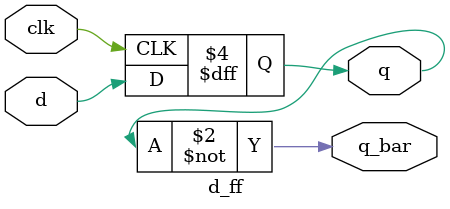
<source format=v>
`timescale 1ns / 1ps
module d_ff(d,clk,q,q_bar);
input wire d,clk;
output reg q;
output wire q_bar;
initial begin
q=1'b0;
end 
always@(posedge clk)begin
 q<=d;
 end
 assign q_bar=~q;
endmodule

</source>
